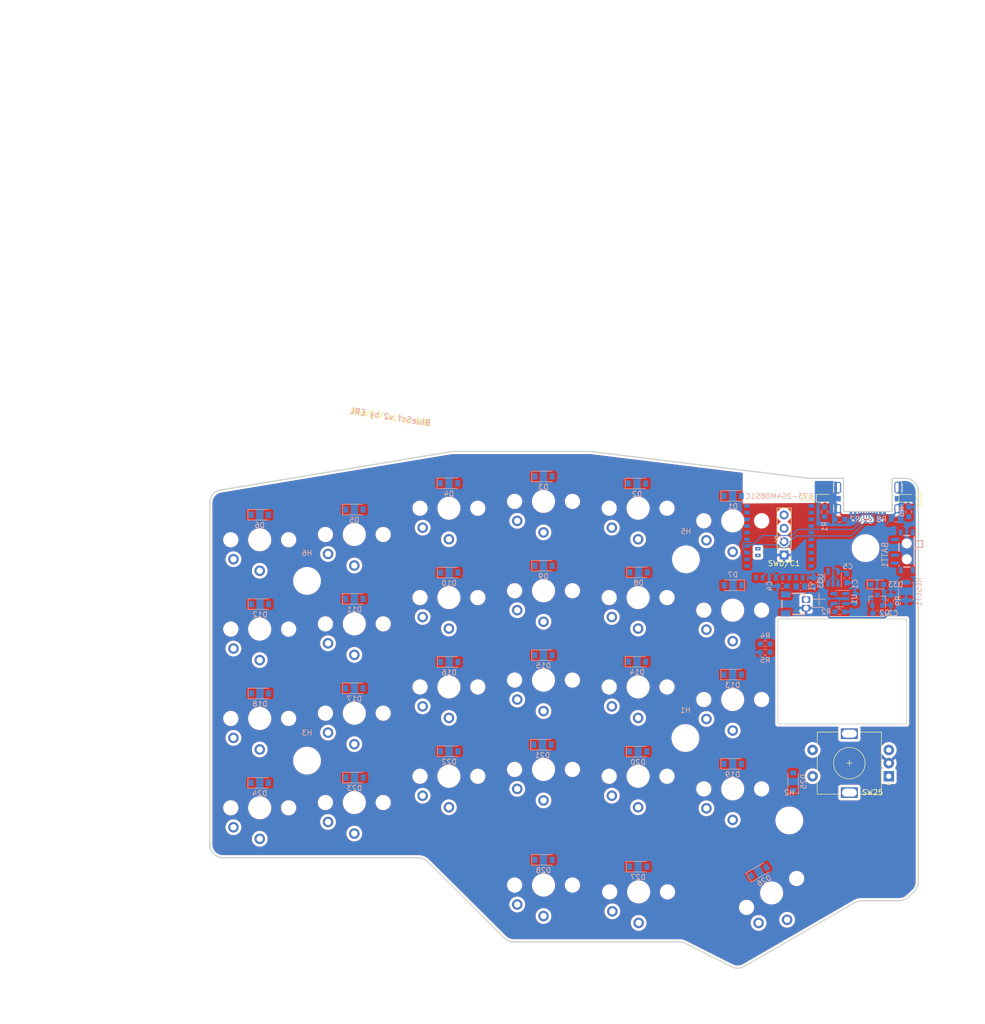
<source format=kicad_pcb>
(kicad_pcb (version 20210108) (generator pcbnew)
  (layers (0 "F.Cu" signal) (31 "B.Cu" power) (34 "B.Paste" user) (35 "F.Paste" user) (36 "B.SilkS" user "B.Silkscreen") (37 "F.SilkS" user "F.Silkscreen") (38 "B.Mask" user) (39 "F.Mask" user) (44 "Edge.Cuts" user))
  (net 0 "")
  (net 1 "row4")
  (net 2 "no_connect_72")
  (net 3 "row0")
  (net 4 "Net-(D8-Pad2)")
  (net 5 "row1")
  (net 6 "Net-(D16-Pad2)")
  (net 7 "row2")
  (net 8 "Net-(D6-Pad2)")
  (net 9 "row3")
  (net 10 "Net-(D7-Pad2)")
  (net 11 "Net-(D17-Pad2)")
  (net 12 "Net-(D9-Pad2)")
  (net 13 "Net-(D10-Pad2)")
  (net 14 "Net-(D11-Pad2)")
  (net 15 "Net-(D12-Pad2)")
  (net 16 "Net-(D13-Pad2)")
  (net 17 "Net-(D14-Pad2)")
  (net 18 "Net-(D15-Pad2)")
  (net 19 "Net-(D19-Pad2)")
  (net 20 "Net-(D20-Pad2)")
  (net 21 "Net-(D18-Pad2)")
  (net 22 "Net-(D21-Pad2)")
  (net 23 "Net-(D24-Pad2)")
  (net 24 "Net-(D28-Pad2)")
  (net 25 "GND")
  (net 26 "col0")
  (net 27 "col1")
  (net 28 "col2")
  (net 29 "col3")
  (net 30 "col4")
  (net 31 "col5")
  (net 32 "VDD_H")
  (net 33 "VBAT")
  (net 34 "Net-(C2-Pad1)")
  (net 35 "Net-(D25-Pad2)")
  (net 36 "VBUS")
  (net 37 "Net-(D31-Pad1)")
  (net 38 "Net-(D32-Pad1)")
  (net 39 "Net-(J1-PadA5)")
  (net 40 "DATA-")
  (net 41 "DATA+")
  (net 42 "Net-(J1-PadB5)")
  (net 43 "SWC")
  (net 44 "Net-(R1-Pad2)")
  (net 45 "BATTERY_MEASURE")
  (net 46 "ENCA")
  (net 47 "ENCB")
  (net 48 "RESET")
  (net 49 "Net-(C3-Pad2)")
  (net 50 "Net-(C4-Pad2)")
  (net 51 "no_connect_87")
  (net 52 "SWD")
  (net 53 "Net-(R2-Pad1)")
  (net 54 "P0.05")
  (net 55 "Net-(D1-Pad2)")
  (net 56 "Net-(D2-Pad2)")
  (net 57 "Net-(D3-Pad2)")
  (net 58 "Net-(D4-Pad2)")
  (net 59 "Net-(D5-Pad2)")
  (net 60 "Net-(D22-Pad2)")
  (net 61 "Net-(D23-Pad2)")
  (net 62 "DCCH")
  (net 63 "Net-(D26-Pad2)")
  (net 64 "Net-(D27-Pad2)")
  (net 65 "Net-(H1-Pad1)")
  (net 66 "Net-(H2-Pad1)")
  (net 67 "Net-(H3-Pad1)")
  (net 68 "Net-(H4-Pad1)")
  (net 69 "Net-(H5-Pad1)")
  (net 70 "Net-(H6-Pad1)")
  (net 71 "no_connect_73")
  (net 72 "no_connect_74")
  (net 73 "Net-(U2-Pad33)")
  (net 74 "Net-(U2-Pad35)")
  (net 75 "BATT_SWITCHED")
  (footprint "BlueSof:KailhLowProfile" (layer "F.Cu") (at 184.873 54.1)
    (fp_text reference "SW1" hide)
    (fp_text value "SW_PUSH" hide)
  )
  (footprint "BlueSof:KailhLowProfile" (layer "F.Cu") (at 166.873 51.7)
    (fp_text reference "SW2" hide)
    (fp_text value "SW_PUSH" hide)
  )
  (footprint "BlueSof:KailhLowProfile" (layer "F.Cu") (at 130.873 51.7)
    (fp_text reference "SW4" hide)
    (fp_text value "SW_PUSH" hide)
  )
  (footprint "BlueSof:KailhLowProfile" (layer "F.Cu") (at 112.873 56.7)
    (fp_text reference "SW5" hide)
    (fp_text value "SW_PUSH" hide)
  )
  (footprint "BlueSof:KailhLowProfile" (layer "F.Cu") (at 94.873 57.7)
    (fp_text reference "SW6" hide)
    (fp_text value "SW_PUSH" hide)
  )
  (footprint "BlueSof:KailhLowProfile" (layer "F.Cu") (at 184.873 71.1)
    (fp_text reference "SW7" hide)
    (fp_text value "SW_PUSH" hide)
  )
  (footprint "BlueSof:KailhLowProfile" (layer "F.Cu") (at 166.873 68.7)
    (fp_text reference "SW8" hide)
    (fp_text value "SW_PUSH" hide)
  )
  (footprint "BlueSof:KailhLowProfile" (layer "F.Cu") (at 148.873 67.4)
    (fp_text reference "SW9" hide)
    (fp_text value "SW_PUSH" hide)
  )
  (footprint "BlueSof:KailhLowProfile" (layer "F.Cu") (at 130.873 68.7)
    (fp_text reference "SW10" hide)
    (fp_text value "SW_PUSH" hide)
  )
  (footprint "BlueSof:KailhLowProfile" (layer "F.Cu") (at 94.873 74.7)
    (fp_text reference "SW12" hide)
    (fp_text value "SW_PUSH" hide)
  )
  (footprint "BlueSof:KailhLowProfile" (layer "F.Cu") (at 166.873 85.7)
    (fp_text reference "SW14" hide)
    (fp_text value "SW_PUSH" hide)
  )
  (footprint "BlueSof:KailhLowProfile" (layer "F.Cu") (at 148.873 84.4)
    (fp_text reference "SW15" hide)
    (fp_text value "SW_PUSH" hide)
  )
  (footprint "BlueSof:KailhLowProfile" (layer "F.Cu") (at 130.873 85.7)
    (fp_text reference "SW16" hide)
    (fp_text value "SW_PUSH" hide)
  )
  (footprint "BlueSof:KailhLowProfile" (layer "F.Cu") (at 112.873 90.7)
    (fp_text reference "SW17" hide)
    (fp_text value "SW_PUSH" hide)
  )
  (footprint "BlueSof:KailhLowProfile" (layer "F.Cu") (at 184.873 105.1)
    (fp_text reference "SW19" hide)
    (fp_text value "SW_PUSH" hide)
  )
  (footprint "BlueSof:KailhLowProfile" (layer "F.Cu") (at 148.873 101.4)
    (fp_text reference "SW21" hide)
    (fp_text value "SW_PUSH" hide)
  )
  (footprint "BlueSof:KailhLowProfile" (layer "F.Cu") (at 130.873 102.7)
    (fp_text reference "SW22" hide)
    (fp_text value "SW_PUSH" hide)
  )
  (footprint "BlueSof:KailhLowProfile" (layer "F.Cu") (at 112.873 107.7)
    (fp_text reference "SW23" hide)
    (fp_text value "SW_PUSH" hide)
  )
  (footprint "BlueSof:KailhLowProfile" (layer "F.Cu") (at 94.873 108.7)
    (fp_text reference "SW24" hide)
    (fp_text value "SW_PUSH" hide)
  )
  (footprint "BlueSof:KailhLowProfile" (layer "F.Cu") (at 184.873 88.1)
    (fp_text reference "SW13" hide)
    (fp_text value "SW_PUSH" hide)
  )
  (footprint "BlueSof:KailhLowProfile" (layer "F.Cu") (at 112.873 73.7)
    (fp_text reference "SW11" hide)
    (fp_text value "SW_PUSH" hide)
  )
  (footprint "BlueSof:KailhLowProfile" (layer "F.Cu") (at 94.873 91.7)
    (fp_text reference "SW18" hide)
    (fp_text value "SW_PUSH" hide)
  )
  (footprint "BlueSof:KailhLowProfile" (layer "F.Cu") (at 148.873 123.4)
    (fp_text reference "SW28" hide)
    (fp_text value "SW_PUSH" hide)
  )
  (footprint "BlueSof:KailhLowProfile" (layer "F.Cu") (at 148.873 50.4)
    (fp_text reference "SW3" hide)
    (fp_text value "SW_PUSH" hide)
  )
  (footprint "BlueSof:KailhLowProfile" (layer "F.Cu") (at 166.873 102.7)
    (fp_text reference "SW20" hide)
    (fp_text value "SW_PUSH" hide)
  )
  (footprint "Connector_PinHeader_2.54mm:PinHeader_1x04_P2.54mm_Vertical" (layer "F.Cu") (at 194.648 60.6 180)
    (fp_text reference "SWD/C1")
    (fp_text value "Conn_01x04_Female")
  )
  (footprint "LED_SMD:LED_0603_1608Metric_Pad1.05x0.95mm_HandSolder" (layer "F.Cu") (at 218.148 49.825)
    (fp_text reference "D32")
    (fp_text value "LED")
  )
  (footprint "BlueSof:KailhLowProfile_1.5U" (layer "F.Cu") (at 192.273 124.9 30)
    (fp_text reference "SW26" hide)
    (fp_text value "SW_PUSH" hide)
  )
  (footprint "LED_SMD:LED_0603_1608Metric_Pad1.05x0.95mm_HandSolder" (layer "F.Cu") (at 202.448 49.8)
    (fp_text reference "D31")
    (fp_text value "LED")
  )
  (footprint "Rotary_Encoder:RotaryEncoder_Alps_EC11E-Switch_Vertical_H20mm" (layer "F.Cu") (at 214.573 102.7 180)
    (fp_text reference "SW25")
    (fp_text value "Rotary_Encoder_Switch")
  )
  (footprint "BlueSof:KailhLowProfile" (layer "F.Cu") (at 166.973 124.7)
    (fp_text reference "SW27" hide)
    (fp_text value "SW_PUSH" hide)
  )
  (footprint "Diode_SMD:D_SOD-123" (layer "B.Cu") (at 166.673 47)
    (fp_text reference "D2")
    (fp_text value "D")
  )
  (footprint "Diode_SMD:D_SOD-123" (layer "B.Cu") (at 148.873 45.65)
    (fp_text reference "D3")
    (fp_text value "D")
  )
  (footprint "Diode_SMD:D_SOD-123" (layer "B.Cu") (at 130.873 46.95)
    (fp_text reference "D4")
    (fp_text value "D")
  )
  (footprint "Diode_SMD:D_SOD-123" (layer "B.Cu") (at 112.873 51.95)
    (fp_text reference "D5")
    (fp_text value "D")
  )
  (footprint "Diode_SMD:D_SOD-123" (layer "B.Cu") (at 94.873 52.95)
    (fp_text reference "D6")
    (fp_text value "D")
  )
  (footprint "Diode_SMD:D_SOD-123" (layer "B.Cu") (at 184.923 66.35 180)
    (fp_text reference "D7")
    (fp_text value "D")
  )
  (footprint "Diode_SMD:D_SOD-123" (layer "B.Cu") (at 166.973 63.9)
    (fp_text reference "D8")
    (fp_text value "D")
  )
  (footprint "Diode_SMD:D_SOD-123" (layer "B.Cu") (at 148.873 62.65)
    (fp_text reference "D9")
    (fp_text value "D")
  )
  (footprint "Diode_SMD:D_SOD-123" (layer "B.Cu") (at 130.923 63.95)
    (fp_text reference "D10")
    (fp_text value "D")
  )
  (footprint "Diode_SMD:D_SOD-123" (layer "B.Cu") (at 112.873 68.95)
    (fp_text reference "D11")
    (fp_text value "D")
  )
  (footprint "Diode_SMD:D_SOD-123" (layer "B.Cu") (at 94.923 69.95)
    (fp_text reference "D12")
    (fp_text value "D")
  )
  (footprint "Diode_SMD:D_SOD-123" (layer "B.Cu") (at 166.673 80.9)
    (fp_text reference "D14")
    (fp_text value "D")
  )
  (footprint "Diode_SMD:D_SOD-123" (layer "B.Cu") (at 148.873 79.65)
    (fp_text reference "D15")
    (fp_text value "D")
  )
  (footprint "Diode_SMD:D_SOD-123" (layer "B.Cu") (at 130.923 80.95)
    (fp_text reference "D16")
    (fp_text value "D")
  )
  (footprint "Diode_SMD:D_SOD-123" (layer "B.Cu") (at 112.873 85.95)
    (fp_text reference "D17")
    (fp_text value "D")
  )
  (footprint "Diode_SMD:D_SOD-123" (layer "B.Cu") (at 94.923 86.95)
    (fp_text reference "D18")
    (fp_text value "D")
  )
  (footprint "Diode_SMD:D_SOD-123" (layer "B.Cu") (at 184.873 100.35)
    (fp_text reference "D19")
    (fp_text value "D")
  )
  (footprint "Diode_SMD:D_SOD-123" (layer "B.Cu") (at 166.873 98)
    (fp_text reference "D20")
    (fp_text value "D")
  )
  (footprint "Diode_SMD:D_SOD-123" (layer "B.Cu") (at 148.673 96.7)
    (fp_text reference "D21")
    (fp_text value "D")
  )
  (footprint "Diode_SMD:D_SOD-123" (layer "B.Cu") (at 130.923 97.95)
    (fp_text reference "D22")
    (fp_text value "D")
  )
  (footprint "Diode_SMD:D_SOD-123" (layer "B.Cu") (at 112.923 102.95)
    (fp_text reference "D23")
    (fp_text value "D")
  )
  (footprint "Diode_SMD:D_SOD-123" (layer "B.Cu") (at 94.873 103.95)
    (fp_text reference "D24")
    (fp_text value "D")
  )
  (footprint "Diode_SMD:D_SOD-123" (layer "B.Cu") (at 184.873 83.35)
    (fp_text reference "D13")
    (fp_text value "D")
  )
  (footprint "Diode_SMD:D_SOD-123" (layer "B.Cu") (at 166.873 119.9)
    (fp_text reference "D27")
    (fp_text value "D")
  )
  (footprint "Diode_SMD:D_SOD-123" (layer "B.Cu") (at 189.845243 120.85 30)
    (fp_text reference "D26")
    (fp_text value "D")
  )
  (footprint "Diode_SMD:D_SOD-123" (layer "B.Cu") (at 196.373 103.699999 90)
    (fp_text reference "D25")
    (fp_text value "D")
  )
  (footprint "Diode_SMD:D_SOD-123" (layer "B.Cu") (at 184.873 49.35)
    (fp_text reference "D1")
    (fp_text value "D")
  )
  (footprint "Diode_SMD:D_SOD-123" (layer "B.Cu") (at 148.873 118.6)
    (fp_text reference "D28")
    (fp_text value "D")
  )
  (footprint "Capacitor_SMD:C_0603_1608Metric_Pad1.08x0.95mm_HandSolder" (layer "B.Cu") (at 206.573 65 -90)
    (fp_text reference "C5")
    (fp_text value "10uF")
  )
  (footprint "Capacitor_SMD:C_0603_1608Metric_Pad1.08x0.95mm_HandSolder" (layer "B.Cu") (at 194.3105 66.5)
    (fp_text reference "C4")
    (fp_text value "22pF")
  )
  (footprint "Capacitor_SMD:C_0603_1608Metric_Pad1.08x0.95mm_HandSolder" (layer "B.Cu") (at 208.148 68.9 90)
    (fp_text reference "C1")
    (fp_text value "4.7uF")
  )
  (footprint "Capacitor_SMD:C_0603_1608Metric_Pad1.08x0.95mm_HandSolder" (layer "B.Cu") (at 212.4105 71.7)
    (fp_text reference "C2")
    (fp_text value "4.7uF")
  )
  (footprint "BlueSof:USB-C_C168688" (layer "B.Cu") (at 210.573 45.675 180)
    (fp_text reference "J1" hide)
    (fp_text value "USB_C_Receptacle_USB2.0")
  )
  (footprint "Package_TO_SOT_SMD:SOT-23" (layer "B.Cu") (at 212.373 69.2 90)
    (fp_text reference "Q2")
    (fp_text value "A03407")
  )
  (footprint "Resistor_SMD:R_0603_1608Metric_Pad0.98x0.95mm_HandSolder" (layer "B.Cu") (at 205.248 71.4)
    (fp_text reference "R2")
    (fp_text value "10k")
  )
  (footprint "Resistor_SMD:R_0603_1608Metric_Pad0.98x0.95mm_HandSolder" (layer "B.Cu") (at 191.048 77.5)
    (fp_text reference "R4")
    (fp_text value "820k")
  )
  (footprint "Resistor_SMD:R_0603_1608Metric_Pad0.98x0.95mm_HandSolder" (layer "B.Cu") (at 191.048 79.1 180)
    (fp_text reference "R5")
    (fp_text value "2M")
  )
  (footprint "Resistor_SMD:R_0603_1608Metric_Pad0.98x0.95mm_HandSolder" (layer "B.Cu") (at 205.2605 53.8 180)
    (fp_text reference "R7")
    (fp_text value "5.1k")
  )
  (footprint "Resistor_SMD:R_0603_1608Metric_Pad0.98x0.95mm_HandSolder" (layer "B.Cu") (at 215.973 53.8)
    (fp_text reference "R8")
    (fp_text value "5.1k")
  )
  (footprint "Resistor_SMD:R_0603_1608Metric_Pad0.98x0.95mm_HandSolder" (layer "B.Cu") (at 214.948 69.2 90)
    (fp_text reference "R9")
    (fp_text value "100k")
  )
  (footprint "Button_Switch_SMD:SW_SPST_B3U-1000P" (layer "B.Cu") (at 217.848 67.5 -90)
    (fp_text reference "RESET1")
    (fp_text value "SW_Push")
  )
  (footprint "Package_TO_SOT_SMD:SOT-23-5" (layer "B.Cu") (at 205.248 68.9 180)
    (fp_text reference "U1")
    (fp_text value "LN2054Y42AMR")
  )
  (footprint "Package_TO_SOT_SMD:SOT-23-5" (layer "B.Cu") (at 203.973 64.8625 90)
    (fp_text reference "U3")
    (fp_text value "AP2112K-3.3")
  )
  (footprint "Crystal:Crystal_SMD_MicroCrystal_CM9V-T1A-2Pin_1.6x1.0mm_HandSoldering" (layer "B.Cu") (at 197.773 66.6 180)
    (fp_text reference "Y1")
    (fp_text value "32.768kHz")
  )
  (footprint "Capacitor_SMD:C_0603_1608Metric_Pad1.08x0.95mm_HandSolder" (layer "B.Cu") (at 200.273 65.8 -90)
    (fp_text reference "C3")
    (fp_text value "22pF")
  )
  (footprint "Resistor_SMD:R_0603_1608Metric_Pad0.98x0.95mm_HandSolder" (layer "B.Cu") (at 218.373 52.4 90)
    (fp_text reference "R6")
    (fp_text value "1k")
  )
  (footprint "BlueSof:E73-2G4M08S1C-52840_minimal_inside_pads" (layer "B.Cu") (at 193.712045 65.3 90)
    (fp_text reference "U2")
    (fp_text value "E73-2G4M08S1C")
  )
  (footprint "Diode_SMD:D_SOD-323_HandSoldering" (layer "B.Cu") (at 212.348 66.2)
    (fp_text reference "D33")
    (fp_text value "1N5819")
  )
  (footprint "Resistor_SMD:R_0603_1608Metric_Pad0.98x0.95mm_HandSolder" (layer "B.Cu") (at 202.348 52.4 90)
    (fp_text reference "R1")
    (fp_text value "1k")
  )
  (footprint "MountingHole:MountingHole_4.3mm_M4" (layer "B.Cu") (at 103.873 65.525 180)
    (fp_text reference "H6")
    (fp_text value "MountingHole_Pad")
  )
  (footprint "BlueSof:SM02B-SRSS-TB(LF)(SN)" (layer "B.Cu") (at 196.848 69.9 90)
    (fp_text reference "J12")
    (fp_text value "SM02B-SRSS-TB_LF__SN_")
  )
  (footprint "MountingHole:MountingHole_4.3mm_M4" (layer "B.Cu") (at 210.148 59.3 180)
    (fp_text reference "H4")
    (fp_text value "MountingHole_Pad")
  )
  (footprint "MountingHole:MountingHole_4.3mm_M4" (layer "B.Cu") (at 175.973 61.425 180)
    (fp_text reference "H5")
    (fp_text value "MountingHole_Pad")
  )
  (footprint "MountingHole:MountingHole_4.3mm_M4" (layer "B.Cu") (at 175.873 95.425 180)
    (fp_text reference "H1")
    (fp_text value "MountingHole_Pad")
  )
  (footprint "MountingHole:MountingHole_4.3mm_M4" (layer "B.Cu") (at 195.648 111.1 180)
    (fp_text reference "H2")
    (fp_text value "MountingHole_Pad")
  )
  (footprint "MountingHole:MountingHole_4.3mm_M4" (layer "B.Cu") (at 103.873 99.725 180)
    (fp_text reference "H3")
    (fp_text value "MountingHole_Pad")
  )
  (footprint "BlueSof:SW-TH_MSK12C02" (layer "B.Cu") (at 217.448 59.9 -90)
    (fp_text reference "BATT1")
    (fp_text value "SW_SPDT" hide)
  )
  (gr_arc (start 131.673004 43.4) (end 131.262007 40.934015) (angle 9.462321464) (layer "Edge.Cuts") (width 0.25))
  (gr_line (start 141.418706 133.473197) (end 126.782518 118.926802) (layer "Edge.Cuts") (width 0.25))
  (gr_line (start 205.948 52.3) (end 215.198 52.3) (layer "Edge.Cuts") (width 0.25))
  (gr_arc (start 216.549401 123.877241) (end 218.244774 125.714552) (angle 42.6991763) (layer "Edge.Cuts") (width 0.25))
  (gr_line (start 215.198 46) (end 217.687476 46) (layer "Edge.Cuts") (width 0.25))
  (gr_arc (start 125.020198 120.7) (end 125.020198 118.2) (angle 44.82371423) (layer "Edge.Cuts") (width 0.25))
  (gr_arc (start 157.655867 43.4) (end 157.655867 40.9) (angle 7.006961979) (layer "Edge.Cuts") (width 0.25))
  (gr_arc (start 217.687476 122.827087) (end 220.187476 122.827087) (angle 47.3008237) (layer "Edge.Cuts") (width 0.25))
  (gr_line (start 131.673005 40.9) (end 157.655867 40.899999) (layer "Edge.Cuts") (width 0.25))
  (gr_arc (start 209.384215 128.877241) (end 208.134216 126.712177) (angle 29.99999438) (layer "Edge.Cuts") (width 0.25))
  (gr_arc (start 87.873 50.7) (end 85.373 50.7) (angle 80.53767854) (layer "Edge.Cuts") (width 0.25))
  (gr_line (start 199.456468 46) (end 205.948 46) (layer "Edge.Cuts") (width 0.25))
  (gr_line (start 174.665954 134.199999) (end 143.181025 134.199999) (layer "Edge.Cuts") (width 0.25))
  (gr_line (start 157.960842 40.918671) (end 199.151493 45.981329) (layer "Edge.Cuts") (width 0.25))
  (gr_line (start 208.134216 126.712177) (end 187.068689 138.874364) (layer "Edge.Cuts") (width 0.25))
  (gr_line (start 220.187476 122.827087) (end 220.187476 48.5) (layer "Edge.Cuts") (width 0.25))
  (gr_line (start 85.373 115.7) (end 85.373 50.7) (layer "Edge.Cuts") (width 0.25))
  (gr_arc (start 143.181025 131.699999) (end 143.181025 134.199999) (angle 44.82370585) (layer "Edge.Cuts") (width 0.25))
  (gr_arc (start 199.456468 43.5) (end 199.456468 46) (angle 7.006963191) (layer "Edge.Cuts") (width 0.25))
  (gr_line (start 125.020198 118.2) (end 87.873 118.2) (layer "Edge.Cuts") (width 0.25))
  (gr_line (start 87.462003 48.234015) (end 131.262007 40.934016) (layer "Edge.Cuts") (width 0.25))
  (gr_arc (start 217.687476 48.5) (end 217.687476 46) (angle 90) (layer "Edge.Cuts") (width 0.25))
  (gr_line (start 216.549402 126.377241) (end 209.384216 126.377241) (layer "Edge.Cuts") (width 0.25))
  (gr_line (start 205.948 46) (end 205.948 52.3) (layer "Edge.Cuts") (width 0.25))
  (gr_arc (start 185.818689 136.709301) (end 187.068689 138.874364) (angle 56.68375556) (layer "Edge.Cuts") (width 0.25))
  (gr_arc (start 174.665954 136.7) (end 174.665954 134.199999) (angle 26.68376982) (layer "Edge.Cuts") (width 0.25))
  (gr_line (start 184.696025 138.943048) (end 175.788619 134.466252) (layer "Edge.Cuts") (width 0.25))
  (gr_line (start 215.198 52.3) (end 215.198 46) (layer "Edge.Cuts") (width 0.25))
  (gr_line (start 219.382849 124.664397) (end 218.244774 125.714551) (layer "Edge.Cuts") (width 0.25))
  (gr_rect (start 193.473 72.75) (end 217.973 92.75) (layer "Edge.Cuts") (width 0.15) (fill none))
  (gr_arc (start 87.873 115.7) (end 87.873 118.2) (angle 90) (layer "Edge.Cuts") (width 0.25))
  (gr_text "+" (at 201.073 69 90) (layer "B.SilkS") (effects (font (size 3 3)) (justify mirror)))
  (gr_text "-" (at 201.073 70.8 180) (layer "B.SilkS") (effects (font (size 3 3)) (justify mirror)))
  (gr_text "BlueSof v2 by ERL" (at 119.70535 34.326212 -9) (layer "B.SilkS") (effects (font (size 1.1 1.1) (thickness 0.2)) (justify mirror)))
  (gr_text "BlueSof v1 by ERL" (at 119.800456 34.357114 -9) (layer "F.SilkS") (effects (font (size 1.1 1.1) (thickness 0.2))))
  (segment (start 192.473 63.9) (end 193.102045 64.529045) (width 0.3) (layer "B.Cu") (net 32))
  (segment (start 204.923 63.725) (end 206.1605 63.725) (width 0.3) (layer "B.Cu") (net 32))
  (segment (start 190.562045 64.73398) (end 191.396025 63.9) (width 0.3) (layer "B.Cu") (net 32))
  (segment (start 191.396025 63.9) (end 192.473 63.9) (width 0.3) (layer "B.Cu") (net 32))
  (segment (start 193.102045 64.529045) (end 193.102045 64.919) (width 0.3) (layer "B.Cu") (net 32))
  (segment (start 204.923 63.725) (end 203.91048 62.71248) (width 0.3) (layer "B.Cu") (net 32))
  (segment (start 190.562045 64.919) (end 190.562045 64.73398) (width 0.3) (layer "B.Cu") (net 32))
  (segment (start 203.91048 62.71248) (end 201.273585 62.71248) (width 0.3) (layer "B.Cu") (net 32))
  (segment (start 193.786045 64.04998) (end 193.102045 64.73398) (width 0.3) (layer "B.Cu") (net 32))
  (segment (start 193.102045 64.73398) (end 193.102045 64.919) (width 0.3) (layer "B.Cu") (net 32))
  (segment (start 199.936085 64.04998) (end 193.786045 64.04998) (width 0.3) (layer "B.Cu") (net 32))
  (segment (start 206.1605 63.725) (end 206.573 64.1375) (width 0.3) (layer "B.Cu") (net 32))
  (segment (start 201.273585 62.71248) (end 199.936085 64.04998) (width 0.3) (layer "B.Cu") (net 32))
  (segment (start 206.473 69.7625) (end 206.3855 69.85) (width 0.3) (layer "B.Cu") (net 33))
  (segment (start 208.148 69.7625) (end 206.473 69.7625) (width 0.3) (layer "B.Cu") (net 33))
  (segment (start 211.423 66.525) (end 211.098 66.2) (width 0.2) (layer "B.Cu") (net 34))
  (segment (start 204.923 66) (end 204.923 65.3375) (width 0.2) (layer "B.Cu") (net 34))
  (segment (start 211.423 70.2) (end 211.423 66.525) (width 0.2) (layer "B.Cu") (net 34))
  (segment (start 204.923 65.3375) (end 204.62298 65.03748) (width 0.2) (layer "B.Cu") (net 34))
  (segment (start 203.023 65.55) (end 203.023 66) (width 0.2) (layer "B.Cu") (net 34))
  (segment (start 211.548 70.325) (end 211.423 70.2) (width 0.2) (layer "B.Cu") (net 34))
  (segment (start 204.62298 65.03748) (end 203.53552 65.03748) (width 0.2) (layer "B.Cu") (net 34))
  (segment (start 211.548 71.7) (end 211.548 70.325) (width 0.2) (layer "B.Cu") (net 34))
  (segment (start 203.53552 65.03748) (end 203.023 65.55) (width 0.2) (layer "B.Cu") (net 34))
  (segment (start 209.073 52.8) (end 207.873 54) (width 0.3) (layer "F.Cu") (net 36))
  (segment (start 213.273 54) (end 212.073 52.8) (width 0.3) (layer "F.Cu") (net 36))
  (segment (start 212.073 52.8) (end 209.073 52.8) (width 0.3) (layer "F.Cu") (net 36))
  (via (at 207.873 54) (size 0.6) (drill 0.33) (layers "F.Cu" "B.Cu") (net 36))
  (via (at 213.273 54) (size 0.6) (drill 0.33) (layers "F.Cu" "B.Cu") (net 36))
  (segment (start 203.29802 72.52502) (end 213.81636 72.52502) (width 0.3) (layer "B.Cu") (net 36))
  (segment (start 203.073 70.8875) (end 203.073 72.3) (width 0.3) (layer "B.Cu") (net 36))
  (segment (start 212.973 53.7) (end 213.273 54) (width 0.3) (layer "B.Cu") (net 36))
  (segment (start 213.598 69.925) (end 213.323 70.2) (width 0.3) (layer "B.Cu") (net 36))
  (segment (start 212.973 52.675) (end 212.973 53.7) (width 0.3) (layer "B.Cu") (net 36))
  (segment (start 203.073 72.3) (end 203.29802 72.52502) (width 0.3) (layer "B.Cu") (net 36))
  (segment (start 214.948 70.1125) (end 213.4105 70.1125) (width 0.3) (layer "B.Cu") (net 36))
  (segment (start 214.948 71.39338) (end 214.948 70.1125) (width 0.3) (layer "B.Cu") (net 36))
  (segment (start 204.1105 69.85) (end 203.073 70.8875) (width 0.3) (layer "B.Cu") (net 36))
  (segment (start 213.4105 70.1125) (end 213.323 70.2) (width 0.3) (layer "B.Cu") (net 36))
  (segment (start 213.81636 72.52502) (end 214.948 71.39338) (width 0.3) (layer "B.Cu") (net 36))
  (segment (start 208.173 52.675) (end 208.173 53.7) (width 0.3) (layer "B.Cu") (net 36))
  (segment (start 208.173 53.7) (end 207.873 54) (width 0.3) (layer "B.Cu") (net 36))
  (segment (start 213.598 66.2) (end 213.598 69.925) (width 0.3) (layer "B.Cu") (net 36))
  (segment (start 208.073 54.8) (end 207.173 54.8) (width 0.2) (layer "B.Cu") (net 39))
  (segment (start 209.323 52.675) (end 209.323 53.261983) (width 0.2) (layer "B.Cu") (net 39))
  (segment (start 209.323 53.261983) (end 209.022989 53.561994) (width 0.2) (layer "B.Cu") (net 39))
  (segment (start 209.022989 53.561994) (end 209.022989 53.850011) (width 0.2) (layer "B.Cu") (net 39))
  (segment (start 209.022989 53.850011) (end 208.073 54.8) (width 0.2) (layer "B.Cu") (net 39))
  (segment (start 207.173 54.8) (end 206.173 53.8) (width 0.2) (layer "B.Cu") (net 39))
  (segment (start 211.066998 53.85) (end 211.073 53.843998) (width 0.2) (layer "F.Cu") (net 40))
  (segment (start 209.623 53.85) (end 211.066998 53.85) (width 0.2) (layer "F.Cu") (net 40))
  (via (at 211.073 53.843998) (size 0.6) (drill 0.33) (layers "F.Cu" "B.Cu") (net 40))
  (via (at 209.623 53.85) (size 0.6) (drill 0.33) (layers "F.Cu" "B.Cu") (net 40))
  (segment (start 210.823 53.593998) (end 211.073 53.843998) (width 0.2) (layer "B.Cu") (net 40))
  (segment (start 210.823 52.675) (end 210.823 53.593998) (width 0.2) (layer "B.Cu") (net 40))
  (segment (start 209.623 53.85) (end 209.573 53.9) (width 0.2) (layer "B.Cu") (net 40))
  (segment (start 209.823 53.461983) (end 209.823 53.65) (width 0.2) (layer "B.Cu") (net 40))
  (segment (start 197.302289 55.705011) (end 207.767989 55.705011) (width 0.2) (layer "B.Cu") (net 40))
  (segment (start 207.767989 55.705011) (end 209.623 53.85) (width 0.2) (layer "B.Cu") (net 40))
  (segment (start 209.823 52.675) (end 209.823 53.461983) (width 0.2) (layer "B.Cu") (net 40))
  (segment (start 209.823 53.65) (end 209.623 53.85) (width 0.2) (layer "B.Cu") (net 40))
  (segment (start 186.793034 58.379966) (end 186.927989 58.245011) (width 0.2) (layer "B.Cu") (net 40))
  (segment (start 190.473 56.9) (end 196.1073 56.9) (width 0.2) (layer "B.Cu") (net 40))
  (segment (start 196.1073 56.9) (end 197.302289 55.705011) (width 0.2) (layer "B.Cu") (net 40))
  (segment (start 186.927989 58.245011) (end 189.127989 58.245011) (width 0.2) (layer "B.Cu") (net 40))
  (segment (start 189.127989 58.245011) (end 190.473 56.9) (width 0.2) (layer "B.Cu") (net 40))
  (segment (start 187.593045 60.16) (end 186.793034 59.359989) (width 0.2) (layer "B.Cu") (net 40))
  (segment (start 186.793034 59.359989) (end 186.793034 58.379966) (width 0.2) (layer "B.Cu") (net 40))
  (segment (start 211.773 54.3) (end 211.628992 54.444008) (width 0.2) (layer "B.Cu") (net 41))
  (segment (start 194.095994 59.210011) (end 195.200006 59.210011) (width 0.2) (layer "B.Cu") (net 41))
  (segment (start 193.531005 58.645022) (end 194.095994 59.210011) (width 0.2) (layer "B.Cu") (net 41))
  (segment (start 195.798011 58.612006) (end 195.798011 57.974989) (width 0.2) (layer "B.Cu") (net 41))
  (segment (start 210.323 54.038017) (end 210.323 52.675) (width 0.2) (layer "B.Cu") (net 41))
  (segment (start 211.628992 54.444008) (end 209.917008 54.444008) (width 0.2) (layer "B.Cu") (net 41))
  (segment (start 195.200006 59.210011) (end 195.798011 58.612006) (width 0.2) (layer "B.Cu") (net 41))
  (segment (start 195.798011 57.974989) (end 196.797989 56.975011) (width 0.2) (layer "B.Cu") (net 41))
  (segment (start 211.323 53.17502) (end 211.773 53.62502) (width 0.2) (layer "B.Cu") (net 41))
  (segment (start 187.593045 58.89) (end 187.838023 58.645022) (width 0.2) (layer "B.Cu") (net 41))
  (segment (start 211.773 53.62502) (end 211.773 54.3) (width 0.2) (layer "B.Cu") (net 41))
  (segment (start 211.323 52.675) (end 211.323 53.17502) (width 0.2) (layer "B.Cu") (net 41))
  (segment (start 207.386006 56.975011) (end 209.917008 54.444008) (width 0.2) (layer "B.Cu") (net 41))
  (segment (start 196.797989 56.975011) (end 207.386006 56.975011) (width 0.2) (layer "B.Cu") (net 41))
  (segment (start 209.917008 54.444008) (end 210.323 54.038017) (width 0.2) (layer "B.Cu") (net 41))
  (segment (start 187.838023 58.645022) (end 193.531005 58.645022) (width 0.2) (layer "B.Cu") (net 41))
  (segment (start 212.323 54.15) (end 212.973 54.8) (width 0.2) (layer "B.Cu") (net 42))
  (segment (start 214.0605 54.8) (end 215.0605 53.8) (width 0.2) (layer "B.Cu") (net 42))
  (segment (start 212.323 52.675) (end 212.323 54.15) (width 0.2) (layer "B.Cu") (net 42))
  (segment (start 212.973 54.8) (end 214.0605 54.8) (width 0.2) (layer "B.Cu") (net 42))
  (segment (start 205.07302 68.91252) (end 204.1105 67.95) (width 0.2) (layer "B.Cu") (net 53))
  (segment (start 205.07302 70.66248) (end 205.07302 68.91252) (width 0.2) (layer "B.Cu") (net 53))
  (segment (start 204.3355 71.4) (end 205.07302 70.66248) (width 0.2) (layer "B.Cu") (net 53))
  (zone (net 25) (net_name "GND") (layers F&B.Cu) (connect_pads (clearance 0.508)) (min_thickness 0.254) (fill yes (thermal_gap 0.508) (thermal_bridge_width 0.508))
    (polygon (pts (xy 232.900943 149.8178) (xy 78.425 149.7) (xy 79.825 33.7) (xy 232.900943 34.0678)))
  )
  (zone (net 0) (net_name "") (layers F&B.Cu) (connect_pads (clearance 0)) (min_thickness 0.254)
    (keepout (tracks not_allowed) (vias not_allowed) (pads allowed) (copperpour not_allowed) (footprints allowed))
    (fill (thermal_gap 0.508) (thermal_bridge_width 0.508))
    (polygon (pts (xy 200.487045 50.7) (xy 200.487045 46.15) (xy 186.773 44.45) (xy 186.762045 50.8)))
  )
)
</source>
